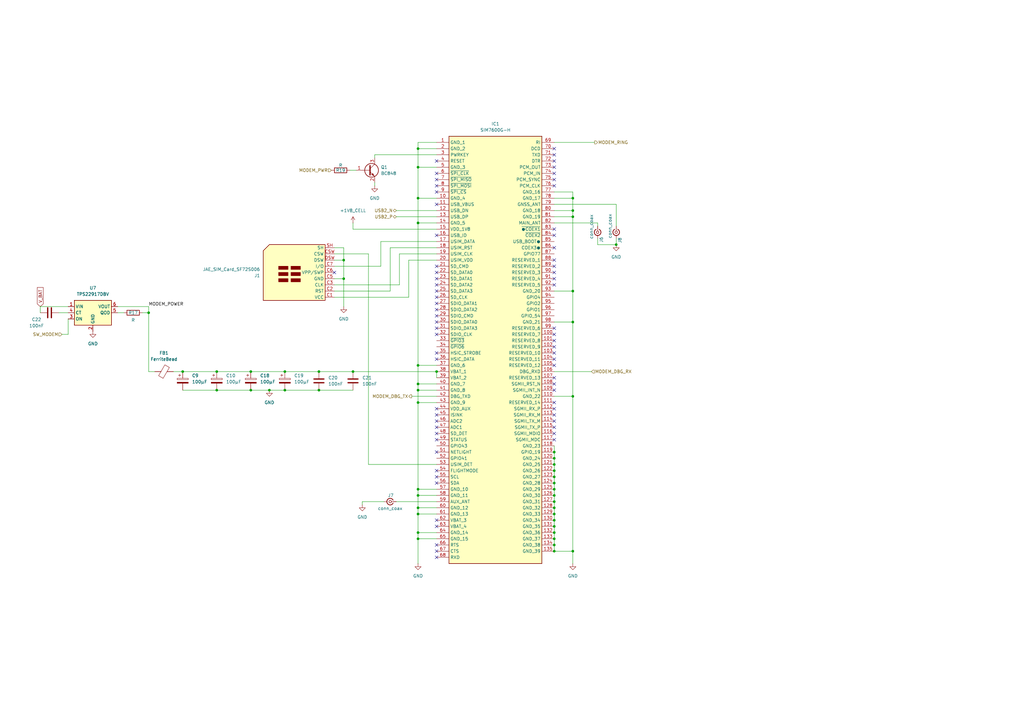
<source format=kicad_sch>
(kicad_sch (version 20250114) (generator "eeschema") (generator_version "9.0")
  (paper "A3")
  (lib_symbols
    (symbol "Connector:Conn_Coaxial_Small" (pin_numbers (hide yes)) (pin_names (offset 1.016) (hide yes))
      (property "Reference" "J" (at 0.254 3.048 0))
      (property "Value" "Conn_Coaxial_Small" (at 0 -3.81 0))
      (symbol "Conn_Coaxial_Small_0_1"
        (polyline (pts (xy -2.54 0) (xy -0.508 0)))
        (circle (center 0 0) (radius 0.508) (stroke (width 0.2032)))
      )
      (symbol "Conn_Coaxial_Small_1_1"
        (arc (start 1.3484 0.0039) (mid 0.327 -1.308) (end -1.1916 -0.6311) (stroke (width 0.3048)))
        (arc (start -1.1916 0.6311) (mid 0.327 1.3081) (end 1.3484 -0.0039) (stroke (width 0.3048)))
        (pin passive line (at -2.54 0 0) (length 1.27) (name "In") (number "1"))
        (pin passive line (at 2.54 0 180) (length 1.27) (name "Ext") (number "2"))
      )
    )
    (symbol "Connector:JAE_SIM_Card_SF72S006"
      (property "Reference" "J" (at 5.08 12.7 0))
      (property "Value" "JAE_SIM_Card_SF72S006" (at 30.48 12.7 0))
      (symbol "JAE_SIM_Card_SF72S006_0_1"
        (polyline (pts (xy 3.81 11.43) (xy 3.81 -11.43) (xy 26.67 -11.43) (xy 29.21 -8.89) (xy 29.21 11.43) (xy 3.81 11.43)) (stroke (width 0.254)) (fill (type background)))
        (rectangle (start 13.97 2.54) (end 17.78 3.81) (stroke (width 0.254)) (fill (type outline)))
        (rectangle (start 13.97 0) (end 17.78 1.27) (stroke (width 0.254)) (fill (type outline)))
        (rectangle (start 13.97 -2.54) (end 17.78 -1.27) (stroke (width 0.254)) (fill (type outline)))
        (rectangle (start 19.05 2.54) (end 22.86 3.81) (stroke (width 0.254)) (fill (type outline)))
        (rectangle (start 19.05 0) (end 22.86 1.27) (stroke (width 0.254)) (fill (type outline)))
        (rectangle (start 19.05 -1.27) (end 22.86 -2.54) (stroke (width 0.254)) (fill (type outline)))
      )
      (symbol "JAE_SIM_Card_SF72S006_1_1"
        (pin power_in line (at 0 10.16 0) (length 3.81) (name "VCC") (number "C1"))
        (pin input line (at 0 7.62 0) (length 3.81) (name "RST") (number "C2"))
        (pin input line (at 0 5.08 0) (length 3.81) (name "CLK") (number "C3"))
        (pin power_in line (at 0 2.54 0) (length 3.81) (name "GND") (number "C5"))
        (pin bidirectional line (at 0 0 0) (length 3.81) (name "VPP/SWP") (number "C6"))
        (pin bidirectional line (at 0 -2.54 0) (length 3.81) (name "I/O") (number "C7"))
        (pin passive line (at 0 -5.08 0) (length 3.81) (name "DSW") (number "DSW"))
        (pin passive line (at 0 -7.62 0) (length 3.81) (name "CSW") (number "CSW"))
        (pin passive line (at 0 -10.16 0) (length 3.81) (name "SH") (number "SH"))
      )
    )
    (symbol "Device:C" (pin_numbers (hide yes)) (pin_names (offset 0.254))
      (property "Reference" "C" (at 0.635 2.54 0))
      (property "Value" "C" (at 0.635 -2.54 0))
      (symbol "C_0_1"
        (polyline (pts (xy -2.032 0.762) (xy 2.032 0.762)) (stroke (width 0.508)))
        (polyline (pts (xy -2.032 -0.762) (xy 2.032 -0.762)) (stroke (width 0.508)))
      )
      (symbol "C_1_1"
        (pin passive line (at 0 3.81 270) (length 2.794) (name "~") (number "1"))
        (pin passive line (at 0 -3.81 90) (length 2.794) (name "~") (number "2"))
      )
    )
    (symbol "Device:C_Polarized" (pin_numbers (hide yes)) (pin_names (offset 0.254))
      (property "Reference" "C" (at 0.635 2.54 0))
      (property "Value" "C_Polarized" (at 0.635 -2.54 0))
      (symbol "C_Polarized_0_1"
        (rectangle (start -2.286 0.508) (end 2.286 1.016))
        (polyline (pts (xy -1.778 2.286) (xy -0.762 2.286)))
        (polyline (pts (xy -1.27 2.794) (xy -1.27 1.778)))
        (rectangle (start 2.286 -0.508) (end -2.286 -1.016) (fill (type outline)))
      )
      (symbol "C_Polarized_1_1"
        (pin passive line (at 0 3.81 270) (length 2.794) (name "~") (number "1"))
        (pin passive line (at 0 -3.81 90) (length 2.794) (name "~") (number "2"))
      )
    )
    (symbol "Device:FerriteBead" (pin_numbers (hide yes)) (pin_names (offset 0))
      (property "Reference" "FB" (at -3.81 0.635 90))
      (property "Value" "FerriteBead" (at 3.81 0 90))
      (symbol "FerriteBead_0_1"
        (polyline (pts (xy -2.7686 0.4064) (xy -1.7018 2.2606) (xy 2.7686 -0.3048) (xy 1.6764 -2.159) (xy -2.7686 0.4064)))
        (polyline (pts (xy 0 1.27) (xy 0 1.2954)))
        (polyline (pts (xy 0 -1.27) (xy 0 -1.2192)))
      )
      (symbol "FerriteBead_1_1"
        (pin passive line (at 0 3.81 270) (length 2.54) (name "~") (number "1"))
        (pin passive line (at 0 -3.81 90) (length 2.54) (name "~") (number "2"))
      )
    )
    (symbol "Device:R" (pin_numbers (hide yes)) (pin_names (offset 0))
      (property "Reference" "R" (at 2.032 0 90))
      (property "Value" "R" (at 0 0 90))
      (symbol "R_0_1"
        (rectangle (start -1.016 -2.54) (end 1.016 2.54) (stroke (width 0.254)))
      )
      (symbol "R_1_1"
        (pin passive line (at 0 3.81 270) (length 1.27) (name "~") (number "1"))
        (pin passive line (at 0 -3.81 90) (length 1.27) (name "~") (number "2"))
      )
    )
    (symbol "Power_Management:TPS22917DBV"
      (property "Reference" "U" (at -6.35 6.35 0))
      (property "Value" "TPS22917DBV" (at 2.54 6.35 0))
      (symbol "TPS22917DBV_0_1"
        (rectangle (start -7.62 5.08) (end 7.62 -5.08) (stroke (width 0.254)) (fill (type background)))
      )
      (symbol "TPS22917DBV_1_1"
        (pin power_in line (at -10.16 2.54 0) (length 2.54) (name "VIN") (number "1"))
        (pin output line (at -10.16 0 0) (length 2.54) (name "CT") (number "4"))
        (pin input line (at -10.16 -2.54 0) (length 2.54) (name "ON") (number "3"))
        (pin power_in line (at 0 -7.62 90) (length 2.54) (name "GND") (number "2"))
        (pin power_out line (at 10.16 2.54 180) (length 2.54) (name "VOUT") (number "6"))
        (pin open_collector line (at 10.16 0 180) (length 2.54) (name "QOD") (number "5"))
      )
    )
    (symbol "SIM7600G-H:SIM7600G-H"
      (property "Reference" "IC" (at 44.45 7.62 0))
      (property "Value" "SIM7600G-H" (at 44.45 5.08 0))
      (symbol "SIM7600G-H_1_1"
        (rectangle (start 5.08 2.54) (end 43.18 -172.72) (stroke (width 0.254)) (fill (type background)))
        (pin passive line (at 0 0 0) (length 5.08) (name "GND_1") (number "1"))
        (pin passive line (at 0 -2.54 0) (length 5.08) (name "GND_2") (number "2"))
        (pin passive line (at 0 -5.08 0) (length 5.08) (name "PWRKEY") (number "3"))
        (pin passive line (at 0 -7.62 0) (length 5.08) (name "RESET") (number "4"))
        (pin passive line (at 0 -10.16 0) (length 5.08) (name "GND_3") (number "5"))
        (pin passive line (at 0 -12.7 0) (length 5.08) (name "~{SPI_CLK}") (number "6"))
        (pin passive line (at 0 -15.24 0) (length 5.08) (name "~{SPI_MISO}") (number "7"))
        (pin passive line (at 0 -17.78 0) (length 5.08) (name "~{SPI_MOSI}") (number "8"))
        (pin passive line (at 0 -20.32 0) (length 5.08) (name "~{SPI_CS}") (number "9"))
        (pin passive line (at 0 -22.86 0) (length 5.08) (name "GND_4") (number "10"))
        (pin passive line (at 0 -25.4 0) (length 5.08) (name "USB_VBUS") (number "11"))
        (pin passive line (at 0 -27.94 0) (length 5.08) (name "USB_DN") (number "12"))
        (pin passive line (at 0 -30.48 0) (length 5.08) (name "USB_DP") (number "13"))
        (pin passive line (at 0 -33.02 0) (length 5.08) (name "GND_5") (number "14"))
        (pin passive line (at 0 -35.56 0) (length 5.08) (name "VDD_1V8") (number "15"))
        (pin passive line (at 0 -38.1 0) (length 5.08) (name "USB_ID") (number "16"))
        (pin passive line (at 0 -40.64 0) (length 5.08) (name "USIM_DATA") (number "17"))
        (pin passive line (at 0 -43.18 0) (length 5.08) (name "USIM_RST") (number "18"))
        (pin passive line (at 0 -45.72 0) (length 5.08) (name "USIM_CLK") (number "19"))
        (pin passive line (at 0 -48.26 0) (length 5.08) (name "USIM_VDD") (number "20"))
        (pin passive line (at 0 -50.8 0) (length 5.08) (name "SD_CMD") (number "21"))
        (pin passive line (at 0 -53.34 0) (length 5.08) (name "SD_DATA0") (number "22"))
        (pin passive line (at 0 -55.88 0) (length 5.08) (name "SD_DATA1") (number "23"))
        (pin passive line (at 0 -58.42 0) (length 5.08) (name "SD_DATA2") (number "24"))
        (pin passive line (at 0 -60.96 0) (length 5.08) (name "SD_DATA3") (number "25"))
        (pin passive line (at 0 -63.5 0) (length 5.08) (name "SD_CLK") (number "26"))
        (pin passive line (at 0 -66.04 0) (length 5.08) (name "SDIO_DATA1") (number "27"))
        (pin passive line (at 0 -68.58 0) (length 5.08) (name "SDIO_DATA2") (number "28"))
        (pin passive line (at 0 -71.12 0) (length 5.08) (name "SDIO_CMD") (number "29"))
        (pin passive line (at 0 -73.66 0) (length 5.08) (name "SDIO_DATA0") (number "30"))
        (pin passive line (at 0 -76.2 0) (length 5.08) (name "SDIO_DATA3") (number "31"))
        (pin passive line (at 0 -78.74 0) (length 5.08) (name "SDIO_CLK") (number "32"))
        (pin passive line (at 0 -81.28 0) (length 5.08) (name "~{GPIO3}") (number "33"))
        (pin passive line (at 0 -83.82 0) (length 5.08) (name "~{GPIO6}") (number "34"))
        (pin passive line (at 0 -86.36 0) (length 5.08) (name "HSIC_STROBE") (number "35"))
        (pin passive line (at 0 -88.9 0) (length 5.08) (name "HSIC_DATA") (number "36"))
        (pin passive line (at 0 -91.44 0) (length 5.08) (name "GND_6") (number "37"))
        (pin passive line (at 0 -93.98 0) (length 5.08) (name "VBAT_1") (number "38"))
        (pin passive line (at 0 -96.52 0) (length 5.08) (name "VBAT_2") (number "39"))
        (pin passive line (at 0 -99.06 0) (length 5.08) (name "GND_7") (number "40"))
        (pin passive line (at 0 -101.6 0) (length 5.08) (name "GND_8") (number "41"))
        (pin passive line (at 0 -104.14 0) (length 5.08) (name "DBG_TXD") (number "42"))
        (pin passive line (at 0 -106.68 0) (length 5.08) (name "GND_9") (number "43"))
        (pin passive line (at 0 -109.22 0) (length 5.08) (name "VDD_AUX") (number "44"))
        (pin passive line (at 0 -111.76 0) (length 5.08) (name "ISINK") (number "45"))
        (pin passive line (at 0 -114.3 0) (length 5.08) (name "ADC2") (number "46"))
        (pin passive line (at 0 -116.84 0) (length 5.08) (name "ADC1") (number "47"))
        (pin passive line (at 0 -119.38 0) (length 5.08) (name "SD_DET") (number "48"))
        (pin passive line (at 0 -121.92 0) (length 5.08) (name "STATUS") (number "49"))
        (pin passive line (at 0 -124.46 0) (length 5.08) (name "GPIO43") (number "50"))
        (pin passive line (at 0 -127 0) (length 5.08) (name "NETLIGHT") (number "51"))
        (pin passive line (at 0 -129.54 0) (length 5.08) (name "GPIO41~{}") (number "52"))
        (pin passive line (at 0 -132.08 0) (length 5.08) (name "USIM_DET~{}") (number "53"))
        (pin passive line (at 0 -134.62 0) (length 5.08) (name "FLIGHTMODE~{}") (number "54"))
        (pin passive line (at 0 -137.16 0) (length 5.08) (name "SCL") (number "55"))
        (pin passive line (at 0 -139.7 0) (length 5.08) (name "SDA") (number "56"))
        (pin passive line (at 0 -142.24 0) (length 5.08) (name "GND_10") (number "57"))
        (pin passive line (at 0 -144.78 0) (length 5.08) (name "GND_11") (number "58"))
        (pin passive line (at 0 -147.32 0) (length 5.08) (name "AUX_ANT") (number "59"))
        (pin passive line (at 0 -149.86 0) (length 5.08) (name "GND_12") (number "60"))
        (pin passive line (at 0 -152.4 0) (length 5.08) (name "GND_13") (number "61"))
        (pin passive line (at 0 -154.94 0) (length 5.08) (name "VBAT_3") (number "62"))
        (pin passive line (at 0 -157.48 0) (length 5.08) (name "VBAT_4") (number "63"))
        (pin passive line (at 0 -160.02 0) (length 5.08) (name "GND_14") (number "64"))
        (pin passive line (at 0 -162.56 0) (length 5.08) (name "GND_15") (number "65"))
        (pin passive line (at 0 -165.1 0) (length 5.08) (name "RTS") (number "66"))
        (pin passive line (at 0 -167.64 0) (length 5.08) (name "CTS") (number "67"))
        (pin passive line (at 0 -170.18 0) (length 5.08) (name "RXD") (number "68"))
        (pin passive line (at 48.26 0 180) (length 5.08) (name "RI") (number "69"))
        (pin passive line (at 48.26 -2.54 180) (length 5.08) (name "DCD") (number "70"))
        (pin passive line (at 48.26 -5.08 180) (length 5.08) (name "TXD") (number "71"))
        (pin passive line (at 48.26 -7.62 180) (length 5.08) (name "DTR") (number "72"))
        (pin passive line (at 48.26 -10.16 180) (length 5.08) (name "PCM_OUT") (number "73"))
        (pin passive line (at 48.26 -12.7 180) (length 5.08) (name "PCM_IN") (number "74"))
        (pin passive line (at 48.26 -15.24 180) (length 5.08) (name "PCM_SYNC") (number "75"))
        (pin passive line (at 48.26 -17.78 180) (length 5.08) (name "PCM_CLK") (number "76"))
        (pin passive line (at 48.26 -20.32 180) (length 5.08) (name "GND_16") (number "77"))
        (pin passive line (at 48.26 -22.86 180) (length 5.08) (name "GND_17") (number "78"))
        (pin passive line (at 48.26 -25.4 180) (length 5.08) (name "GNSS_ANT") (number "79"))
        (pin passive line (at 48.26 -27.94 180) (length 5.08) (name "GND_18") (number "80"))
        (pin passive line (at 48.26 -30.48 180) (length 5.08) (name "GND_19") (number "81"))
        (pin passive line (at 48.26 -33.02 180) (length 5.08) (name "MAIN_ANT") (number "82"))
        (pin passive line (at 48.26 -35.56 180) (length 5.08) (name "~{●COEX1}") (number "83"))
        (pin passive line (at 48.26 -38.1 180) (length 5.08) (name "~{COEX2}") (number "84"))
        (pin passive line (at 48.26 -40.64 180) (length 5.08) (name "USB_BOOT●~{}") (number "85"))
        (pin passive line (at 48.26 -43.18 180) (length 5.08) (name "COEX3●~{}") (number "86"))
        (pin passive line (at 48.26 -45.72 180) (length 5.08) (name "GPIO77~{}") (number "87"))
        (pin passive line (at 48.26 -48.26 180) (length 5.08) (name "RESERVED_1") (number "88"))
        (pin passive line (at 48.26 -50.8 180) (length 5.08) (name "RESERVED_2") (number "89"))
        (pin passive line (at 48.26 -53.34 180) (length 5.08) (name "RESERVED_3") (number "90"))
        (pin passive line (at 48.26 -55.88 180) (length 5.08) (name "RESERVED_4") (number "91"))
        (pin passive line (at 48.26 -58.42 180) (length 5.08) (name "RESERVED_5") (number "92"))
        (pin passive line (at 48.26 -60.96 180) (length 5.08) (name "GND_20") (number "93"))
        (pin passive line (at 48.26 -63.5 180) (length 5.08) (name "GPIO4") (number "94"))
        (pin passive line (at 48.26 -66.04 180) (length 5.08) (name "GPIO2") (number "95"))
        (pin passive line (at 48.26 -68.58 180) (length 5.08) (name "GPIO1") (number "96"))
        (pin passive line (at 48.26 -71.12 180) (length 5.08) (name "GPIO_54") (number "97"))
        (pin passive line (at 48.26 -73.66 180) (length 5.08) (name "GND_21") (number "98"))
        (pin passive line (at 48.26 -76.2 180) (length 5.08) (name "RESERVED_6") (number "99"))
        (pin passive line (at 48.26 -78.74 180) (length 5.08) (name "RESERVED_7") (number "100"))
        (pin passive line (at 48.26 -81.28 180) (length 5.08) (name "RESERVED_8") (number "101"))
        (pin passive line (at 48.26 -83.82 180) (length 5.08) (name "RESERVED_9") (number "102"))
        (pin passive line (at 48.26 -86.36 180) (length 5.08) (name "RESERVED_10") (number "103"))
        (pin passive line (at 48.26 -88.9 180) (length 5.08) (name "RESERVED_11") (number "104"))
        (pin passive line (at 48.26 -91.44 180) (length 5.08) (name "RESERVED_12") (number "105"))
        (pin passive line (at 48.26 -93.98 180) (length 5.08) (name "DBG_RXD") (number "106"))
        (pin passive line (at 48.26 -96.52 180) (length 5.08) (name "RESERVED_13") (number "107"))
        (pin passive line (at 48.26 -99.06 180) (length 5.08) (name "SGMII_RST_N") (number "108"))
        (pin passive line (at 48.26 -101.6 180) (length 5.08) (name "SGMII_INT_N") (number "109"))
        (pin passive line (at 48.26 -104.14 180) (length 5.08) (name "GND_22") (number "110"))
        (pin passive line (at 48.26 -106.68 180) (length 5.08) (name "RESERVED_14") (number "111"))
        (pin passive line (at 48.26 -109.22 180) (length 5.08) (name "SGMII_RX_P") (number "112"))
        (pin passive line (at 48.26 -111.76 180) (length 5.08) (name "SGMII_RX_M") (number "113"))
        (pin passive line (at 48.26 -114.3 180) (length 5.08) (name "SGMII_TX_M") (number "114"))
        (pin passive line (at 48.26 -116.84 180) (length 5.08) (name "SGMII_TX_P") (number "115"))
        (pin passive line (at 48.26 -119.38 180) (length 5.08) (name "SGMII_MDIO") (number "116"))
        (pin passive line (at 48.26 -121.92 180) (length 5.08) (name "SGMII_MDC") (number "117"))
        (pin passive line (at 48.26 -124.46 180) (length 5.08) (name "GND_23") (number "118"))
        (pin passive line (at 48.26 -127 180) (length 5.08) (name "GPIO_19") (number "119"))
        (pin passive line (at 48.26 -129.54 180) (length 5.08) (name "GND_24") (number "120"))
        (pin passive line (at 48.26 -132.08 180) (length 5.08) (name "GND_25") (number "121"))
        (pin passive line (at 48.26 -134.62 180) (length 5.08) (name "GND_26") (number "122"))
        (pin passive line (at 48.26 -137.16 180) (length 5.08) (name "GND_27") (number "123"))
        (pin passive line (at 48.26 -139.7 180) (length 5.08) (name "GND_28") (number "124"))
        (pin passive line (at 48.26 -142.24 180) (length 5.08) (name "GND_29") (number "125"))
        (pin passive line (at 48.26 -144.78 180) (length 5.08) (name "GND_30") (number "126"))
        (pin passive line (at 48.26 -147.32 180) (length 5.08) (name "GND_31") (number "127"))
        (pin passive line (at 48.26 -149.86 180) (length 5.08) (name "GND_32") (number "128"))
        (pin passive line (at 48.26 -152.4 180) (length 5.08) (name "GND_33") (number "129"))
        (pin passive line (at 48.26 -154.94 180) (length 5.08) (name "GND_34") (number "130"))
        (pin passive line (at 48.26 -157.48 180) (length 5.08) (name "GND_35") (number "131"))
        (pin passive line (at 48.26 -160.02 180) (length 5.08) (name "GND_36") (number "132"))
        (pin passive line (at 48.26 -162.56 180) (length 5.08) (name "GND_37") (number "133"))
        (pin passive line (at 48.26 -165.1 180) (length 5.08) (name "GND_38") (number "134"))
        (pin passive line (at 48.26 -167.64 180) (length 5.08) (name "GND_39") (number "135"))
      )
    )
    (symbol "Transistor_BJT:BC848" (pin_names (offset 0) (hide yes))
      (property "Reference" "Q" (at 5.08 1.905 0))
      (property "Value" "BC848" (at 5.08 0 0))
      (symbol "BC848_0_1"
        (polyline (pts (xy -2.54 0) (xy 0.635 0)))
        (polyline (pts (xy 0.635 1.905) (xy 0.635 -1.905)) (stroke (width 0.508)))
        (circle (center 1.27 0) (radius 2.8194) (stroke (width 0.254)))
      )
      (symbol "BC848_1_1"
        (polyline (pts (xy 0.635 0.635) (xy 2.54 2.54)))
        (polyline (pts (xy 0.635 -0.635) (xy 2.54 -2.54)))
        (polyline (pts (xy 1.27 -1.778) (xy 1.778 -1.27) (xy 2.286 -2.286) (xy 1.27 -1.778)) (fill (type outline)))
        (pin input line (at -5.08 0 0) (length 2.54) (name "B") (number "1"))
        (pin passive line (at 2.54 5.08 270) (length 2.54) (name "C") (number "3"))
        (pin passive line (at 2.54 -5.08 90) (length 2.54) (name "E") (number "2"))
      )
    )
    (symbol "power:+1V8" (power) (pin_numbers (hide yes)) (pin_names (offset 0) (hide yes))
      (property "Value" "+1V8" (at 0 3.556 0))
      (symbol "+1V8_0_1"
        (polyline (pts (xy -0.762 1.27) (xy 0 2.54)))
        (polyline (pts (xy 0 2.54) (xy 0.762 1.27)))
        (polyline (pts (xy 0 0) (xy 0 2.54)))
      )
      (symbol "+1V8_1_1"
        (pin power_in line (at 0 0 90) (length 0) (name "~") (number "1"))
      )
    )
    (symbol "power:GND" (power) (pin_numbers (hide yes)) (pin_names (offset 0) (hide yes))
      (property "Value" "GND" (at 0 -3.81 0))
      (symbol "GND_0_1"
        (polyline (pts (xy 0 0) (xy 0 -1.27) (xy 1.27 -1.27) (xy 0 -2.54) (xy -1.27 -1.27) (xy 0 -1.27)))
      )
      (symbol "GND_1_1"
        (pin power_in line (at 0 0 270) (length 0) (name "~") (number "1"))
      )
    )
  )
  (junction (at 227.33 208.28))
  (junction (at 116.84 160.02))
  (junction (at 171.45 210.82))
  (junction (at 227.33 193.04))
  (junction (at 171.45 220.98))
  (junction (at 227.33 187.96))
  (junction (at 227.33 215.9))
  (junction (at 227.33 205.74))
  (junction (at 171.45 81.28))
  (junction (at 234.95 119.38))
  (junction (at 144.78 152.4))
  (junction (at 171.45 218.44))
  (junction (at 227.33 195.58))
  (junction (at 227.33 200.66))
  (junction (at 171.45 165.1))
  (junction (at 227.33 223.52))
  (junction (at 88.9 152.4))
  (junction (at 234.95 81.28))
  (junction (at 227.33 185.42))
  (junction (at 102.87 160.02))
  (junction (at 234.95 162.56))
  (junction (at 130.81 152.4))
  (junction (at 171.45 60.96))
  (junction (at 234.95 132.08))
  (junction (at 60.96 128.27))
  (junction (at 74.93 152.4))
  (junction (at 110.49 160.02))
  (junction (at 252.73 100.33))
  (junction (at 234.95 226.06))
  (junction (at 171.45 91.44))
  (junction (at 102.87 152.4))
  (junction (at 171.45 68.58))
  (junction (at 227.33 218.44))
  (junction (at 171.45 203.2))
  (junction (at 140.97 114.3))
  (junction (at 227.33 226.06))
  (junction (at 116.84 152.4))
  (junction (at 227.33 213.36))
  (junction (at 171.45 160.02))
  (junction (at 227.33 203.2))
  (junction (at 179.07 152.4))
  (junction (at 171.45 200.66))
  (junction (at 227.33 210.82))
  (junction (at 227.33 190.5))
  (junction (at 227.33 220.98))
  (junction (at 227.33 198.12))
  (junction (at 171.45 157.48))
  (junction (at 130.81 160.02))
  (junction (at 234.95 86.36))
  (junction (at 88.9 160.02))
  (junction (at 140.97 106.68))
  (junction (at 171.45 208.28))
  (junction (at 171.45 149.86))
  (junction (at 234.95 88.9))
  (no_connect (at 227.33 66.04))
  (no_connect (at 179.07 116.84))
  (no_connect (at 179.07 226.06))
  (no_connect (at 179.07 198.12))
  (no_connect (at 179.07 167.64))
  (no_connect (at 179.07 180.34))
  (no_connect (at 179.07 129.54))
  (no_connect (at 179.07 76.2))
  (no_connect (at 179.07 71.12))
  (no_connect (at 179.07 170.18))
  (no_connect (at 227.33 96.52))
  (no_connect (at 227.33 160.02))
  (no_connect (at 179.07 215.9))
  (no_connect (at 179.07 73.66))
  (no_connect (at 227.33 68.58))
  (no_connect (at 227.33 144.78))
  (no_connect (at 137.16 111.76))
  (no_connect (at 179.07 213.36))
  (no_connect (at 227.33 111.76))
  (no_connect (at 179.07 127))
  (no_connect (at 179.07 147.32))
  (no_connect (at 227.33 165.1))
  (no_connect (at 179.07 185.42))
  (no_connect (at 227.33 114.3))
  (no_connect (at 227.33 170.18))
  (no_connect (at 179.07 193.04))
  (no_connect (at 179.07 228.6))
  (no_connect (at 227.33 157.48))
  (no_connect (at 179.07 109.22))
  (no_connect (at 227.33 60.96))
  (no_connect (at 227.33 106.68))
  (no_connect (at 227.33 73.66))
  (no_connect (at 227.33 154.94))
  (no_connect (at 227.33 180.34))
  (no_connect (at 227.33 137.16))
  (no_connect (at 179.07 124.46))
  (no_connect (at 179.07 137.16))
  (no_connect (at 227.33 71.12))
  (no_connect (at 227.33 101.6))
  (no_connect (at 179.07 111.76))
  (no_connect (at 179.07 134.62))
  (no_connect (at 179.07 177.8))
  (no_connect (at 179.07 175.26))
  (no_connect (at 179.07 144.78))
  (no_connect (at 179.07 119.38))
  (no_connect (at 179.07 132.08))
  (no_connect (at 227.33 177.8))
  (no_connect (at 179.07 96.52))
  (no_connect (at 179.07 121.92))
  (no_connect (at 227.33 76.2))
  (no_connect (at 227.33 142.24))
  (no_connect (at 179.07 172.72))
  (no_connect (at 179.07 114.3))
  (no_connect (at 227.33 147.32))
  (no_connect (at 227.33 109.22))
  (no_connect (at 179.07 195.58))
  (no_connect (at 227.33 139.7))
  (no_connect (at 227.33 134.62))
  (no_connect (at 227.33 63.5))
  (no_connect (at 179.07 223.52))
  (no_connect (at 227.33 172.72))
  (no_connect (at 227.33 175.26))
  (no_connect (at 227.33 149.86))
  (no_connect (at 227.33 93.98))
  (no_connect (at 227.33 167.64))
  (no_connect (at 179.07 66.04))
  (no_connect (at 179.07 78.74))
  (no_connect (at 227.33 116.84))
  (no_connect (at 179.07 83.82))
  (wire (pts (xy 234.95 119.38) (xy 234.95 132.08)))
  (wire (pts (xy 171.45 208.28) (xy 179.07 208.28)))
  (wire (pts (xy 234.95 86.36) (xy 234.95 88.9)))
  (wire (pts (xy 227.33 86.36) (xy 234.95 86.36)))
  (wire (pts (xy 227.33 83.82) (xy 252.73 83.82)))
  (wire (pts (xy 245.11 91.44) (xy 245.11 92.71)))
  (wire (pts (xy 171.45 210.82) (xy 171.45 218.44)))
  (wire (pts (xy 179.07 81.28) (xy 171.45 81.28)))
  (wire (pts (xy 171.45 81.28) (xy 171.45 91.44)))
  (wire (pts (xy 179.07 152.4) (xy 179.07 154.94)))
  (wire (pts (xy 227.33 132.08) (xy 234.95 132.08)))
  (wire (pts (xy 102.87 152.4) (xy 116.84 152.4)))
  (wire (pts (xy 171.45 203.2) (xy 171.45 208.28)))
  (wire (pts (xy 167.64 121.92) (xy 167.64 106.68)))
  (wire (pts (xy 130.81 152.4) (xy 144.78 152.4)))
  (wire (pts (xy 60.96 125.73) (xy 60.96 128.27)))
  (wire (pts (xy 243.84 58.42) (xy 227.33 58.42)))
  (wire (pts (xy 171.45 210.82) (xy 179.07 210.82)))
  (wire (pts (xy 137.16 104.14) (xy 151.13 104.14)))
  (wire (pts (xy 227.33 162.56) (xy 234.95 162.56)))
  (wire (pts (xy 143.51 69.85) (xy 146.05 69.85)))
  (wire (pts (xy 234.95 81.28) (xy 234.95 86.36)))
  (wire (pts (xy 227.33 213.36) (xy 227.33 215.9)))
  (wire (pts (xy 140.97 114.3) (xy 137.16 114.3)))
  (wire (pts (xy 171.45 149.86) (xy 171.45 157.48)))
  (wire (pts (xy 116.84 160.02) (xy 130.81 160.02)))
  (wire (pts (xy 179.07 160.02) (xy 171.45 160.02)))
  (wire (pts (xy 162.56 86.36) (xy 179.07 86.36)))
  (wire (pts (xy 156.21 109.22) (xy 156.21 99.06)))
  (wire (pts (xy 227.33 182.88) (xy 227.33 185.42)))
  (wire (pts (xy 140.97 106.68) (xy 140.97 114.3)))
  (wire (pts (xy 179.07 165.1) (xy 171.45 165.1)))
  (wire (pts (xy 234.95 132.08) (xy 234.95 162.56)))
  (wire (pts (xy 179.07 60.96) (xy 171.45 60.96)))
  (wire (pts (xy 171.45 200.66) (xy 171.45 203.2)))
  (wire (pts (xy 144.78 93.98) (xy 179.07 93.98)))
  (wire (pts (xy 171.45 91.44) (xy 171.45 149.86)))
  (wire (pts (xy 179.07 157.48) (xy 171.45 157.48)))
  (wire (pts (xy 162.56 205.74) (xy 179.07 205.74)))
  (wire (pts (xy 151.13 190.5) (xy 179.07 190.5)))
  (wire (pts (xy 171.45 218.44) (xy 171.45 220.98)))
  (wire (pts (xy 116.84 152.4) (xy 130.81 152.4)))
  (wire (pts (xy 227.33 220.98) (xy 227.33 223.52)))
  (wire (pts (xy 227.33 81.28) (xy 234.95 81.28)))
  (wire (pts (xy 227.33 218.44) (xy 227.33 220.98)))
  (wire (pts (xy 60.96 152.4) (xy 63.5 152.4)))
  (wire (pts (xy 227.33 198.12) (xy 227.33 200.66)))
  (wire (pts (xy 227.33 185.42) (xy 227.33 187.96)))
  (wire (pts (xy 27.94 137.16) (xy 27.94 130.81)))
  (wire (pts (xy 234.95 88.9) (xy 234.95 119.38)))
  (wire (pts (xy 171.45 68.58) (xy 179.07 68.58)))
  (wire (pts (xy 234.95 78.74) (xy 234.95 81.28)))
  (wire (pts (xy 227.33 203.2) (xy 227.33 205.74)))
  (wire (pts (xy 234.95 226.06) (xy 227.33 226.06)))
  (wire (pts (xy 227.33 215.9) (xy 227.33 218.44)))
  (wire (pts (xy 227.33 91.44) (xy 245.11 91.44)))
  (wire (pts (xy 140.97 125.73) (xy 140.97 114.3)))
  (wire (pts (xy 242.57 152.4) (xy 227.33 152.4)))
  (wire (pts (xy 137.16 109.22) (xy 156.21 109.22)))
  (wire (pts (xy 48.26 125.73) (xy 60.96 125.73)))
  (wire (pts (xy 227.33 187.96) (xy 227.33 190.5)))
  (wire (pts (xy 60.96 128.27) (xy 58.42 128.27)))
  (wire (pts (xy 153.67 63.5) (xy 179.07 63.5)))
  (wire (pts (xy 171.45 160.02) (xy 171.45 165.1)))
  (wire (pts (xy 16.51 128.27) (xy 16.51 125.73)))
  (wire (pts (xy 160.02 101.6) (xy 160.02 119.38)))
  (wire (pts (xy 171.45 220.98) (xy 179.07 220.98)))
  (wire (pts (xy 160.02 119.38) (xy 137.16 119.38)))
  (wire (pts (xy 110.49 160.02) (xy 116.84 160.02)))
  (wire (pts (xy 227.33 78.74) (xy 234.95 78.74)))
  (wire (pts (xy 227.33 119.38) (xy 234.95 119.38)))
  (wire (pts (xy 252.73 83.82) (xy 252.73 92.71)))
  (wire (pts (xy 171.45 68.58) (xy 171.45 81.28)))
  (wire (pts (xy 163.83 104.14) (xy 179.07 104.14)))
  (wire (pts (xy 60.96 128.27) (xy 60.96 152.4)))
  (wire (pts (xy 48.26 128.27) (xy 50.8 128.27)))
  (wire (pts (xy 227.33 205.74) (xy 227.33 208.28)))
  (wire (pts (xy 227.33 195.58) (xy 227.33 198.12)))
  (wire (pts (xy 227.33 190.5) (xy 227.33 193.04)))
  (wire (pts (xy 171.45 58.42) (xy 171.45 60.96)))
  (wire (pts (xy 130.81 160.02) (xy 144.78 160.02)))
  (wire (pts (xy 227.33 210.82) (xy 227.33 213.36)))
  (wire (pts (xy 163.83 116.84) (xy 163.83 104.14)))
  (wire (pts (xy 245.11 97.79) (xy 245.11 100.33)))
  (wire (pts (xy 102.87 160.02) (xy 110.49 160.02)))
  (wire (pts (xy 227.33 223.52) (xy 227.33 226.06)))
  (wire (pts (xy 137.16 116.84) (xy 163.83 116.84)))
  (wire (pts (xy 25.4 137.16) (xy 27.94 137.16)))
  (wire (pts (xy 148.59 207.01) (xy 148.59 205.74)))
  (wire (pts (xy 137.16 106.68) (xy 140.97 106.68)))
  (wire (pts (xy 179.07 91.44) (xy 171.45 91.44)))
  (wire (pts (xy 227.33 88.9) (xy 234.95 88.9)))
  (wire (pts (xy 245.11 100.33) (xy 252.73 100.33)))
  (wire (pts (xy 167.64 106.68) (xy 179.07 106.68)))
  (wire (pts (xy 137.16 121.92) (xy 167.64 121.92)))
  (wire (pts (xy 168.91 162.56) (xy 179.07 162.56)))
  (wire (pts (xy 171.45 60.96) (xy 171.45 68.58)))
  (wire (pts (xy 153.67 76.2) (xy 153.67 74.93)))
  (wire (pts (xy 179.07 218.44) (xy 171.45 218.44)))
  (wire (pts (xy 227.33 200.66) (xy 227.33 203.2)))
  (wire (pts (xy 156.21 99.06) (xy 179.07 99.06)))
  (wire (pts (xy 234.95 231.14) (xy 234.95 226.06)))
  (wire (pts (xy 162.56 88.9) (xy 179.07 88.9)))
  (wire (pts (xy 171.45 231.14) (xy 171.45 220.98)))
  (wire (pts (xy 179.07 200.66) (xy 171.45 200.66)))
  (wire (pts (xy 179.07 58.42) (xy 171.45 58.42)))
  (wire (pts (xy 179.07 203.2) (xy 171.45 203.2)))
  (wire (pts (xy 140.97 101.6) (xy 140.97 106.68)))
  (wire (pts (xy 171.45 208.28) (xy 171.45 210.82)))
  (wire (pts (xy 144.78 91.44) (xy 144.78 93.98)))
  (wire (pts (xy 234.95 162.56) (xy 234.95 226.06)))
  (wire (pts (xy 148.59 205.74) (xy 157.48 205.74)))
  (wire (pts (xy 137.16 101.6) (xy 140.97 101.6)))
  (wire (pts (xy 16.51 125.73) (xy 27.94 125.73)))
  (wire (pts (xy 179.07 101.6) (xy 160.02 101.6)))
  (wire (pts (xy 88.9 160.02) (xy 102.87 160.02)))
  (wire (pts (xy 71.12 152.4) (xy 74.93 152.4)))
  (wire (pts (xy 74.93 160.02) (xy 88.9 160.02)))
  (wire (pts (xy 171.45 165.1) (xy 171.45 200.66)))
  (wire (pts (xy 171.45 157.48) (xy 171.45 160.02)))
  (wire (pts (xy 227.33 193.04) (xy 227.33 195.58)))
  (wire (pts (xy 144.78 152.4) (xy 179.07 152.4)))
  (wire (pts (xy 179.07 149.86) (xy 171.45 149.86)))
  (wire (pts (xy 24.13 128.27) (xy 27.94 128.27)))
  (wire (pts (xy 88.9 152.4) (xy 102.87 152.4)))
  (wire (pts (xy 151.13 104.14) (xy 151.13 190.5)))
  (wire (pts (xy 74.93 152.4) (xy 88.9 152.4)))
  (wire (pts (xy 227.33 208.28) (xy 227.33 210.82)))
  (wire (pts (xy 252.73 97.79) (xy 252.73 100.33)))
  (wire (pts (xy 153.67 64.77) (xy 153.67 63.5)))
  (label "MODEM_POWER" (at 60.96 125.73 0))
  (global_label "V_BAT" (shape input) (at 16.51 125.73 90) (property "Intersheetrefs" "${INTERSHEET_REFS}" (effects (hide yes))))
  (hierarchical_label "MODEM_DBG_RX" (shape input) (at 242.57 152.4 0))
  (hierarchical_label "MODEM_PWR" (shape input) (at 135.89 69.85 180))
  (hierarchical_label "USB2_P" (shape bidirectional) (at 162.56 88.9 180))
  (hierarchical_label "MODEM_RING" (shape output) (at 243.84 58.42 0))
  (hierarchical_label "SW_MODEM" (shape input) (at 25.4 137.16 180))
  (hierarchical_label "MODEM_DBG_TX" (shape output) (at 168.91 162.56 180))
  (hierarchical_label "USB2_N" (shape bidirectional) (at 162.56 86.36 180))
  (symbol (lib_id "power:GND") (at 140.97 125.73 0) (unit 1)
    (property "Reference" "#PWR046" (effects (hide yes)))
    (property "Value" "GND" (at 140.97 130.81 0))
    (property "Description" "Power symbol creates a global label with name \"GND\" , ground" (effects (hide yes)))
  )
  (symbol (lib_id "Device:C") (at 130.81 156.21 0) (unit 1)
    (property "Reference" "C20" (at 134.62 154.9399 0) (effects (justify left)))
    (property "Value" "100nF" (at 134.62 157.4799 0) (effects (justify left)))
    (property "Footprint" "Capacitor_SMD:C_0402_1005Metric" (effects (hide yes)))
    (property "Description" "Unpolarized capacitor" (effects (hide yes)))
  )
  (symbol (lib_id "power:GND") (at 171.45 231.14 0) (unit 1)
    (property "Reference" "#PWR043" (effects (hide yes)))
    (property "Value" "GND" (at 171.45 236.22 0))
    (property "Description" "Power symbol creates a global label with name \"GND\" , ground" (effects (hide yes)))
  )
  (symbol (lib_id "Connector:JAE_SIM_Card_SF72S006") (at 137.16 111.76 180) (unit 1)
    (property "Reference" "J1" (at 106.68 113.0301 0) (effects (justify left)))
    (property "Value" "JAE_SIM_Card_SF72S006" (at 106.68 110.4901 0) (effects (justify left)))
    (property "Footprint" "Connector_JAE:JAE_SIM_Card_SF72S006" (effects (hide yes)))
    (property "Datasheet" "https://www.jae.com/direct/topics/topics_file_download/topics_id=68892&ext_no=06&index=0&_lang=en&v=202003111511468456809" (effects (hide yes)))
    (property "Description" "Nano-SIM Card (4FF) connector with Detect Switch" (effects (hide yes)))
  )
  (symbol (lib_id "Device:C_Polarized") (at 88.9 156.21 0) (unit 1)
    (property "Reference" "C10" (at 92.71 154.0509 0) (effects (justify left)))
    (property "Value" "100µF" (at 92.71 156.5909 0) (effects (justify left)))
    (property "Footprint" "Capacitor_Tantalum_SMD:CP_EIA-7343-31_Kemet-D" (effects (hide yes)))
    (property "Description" "Polarized capacitor" (effects (hide yes)))
  )
  (symbol (lib_id "power:GND") (at 252.73 100.33 0) (unit 1)
    (property "Reference" "#PWR055" (effects (hide yes)))
    (property "Value" "GND" (at 252.73 105.41 0))
    (property "Description" "Power symbol creates a global label with name \"GND\" , ground" (effects (hide yes)))
  )
  (symbol (lib_id "power:GND") (at 234.95 231.14 0) (unit 1)
    (property "Reference" "#PWR044" (effects (hide yes)))
    (property "Value" "GND" (at 234.95 236.22 0))
    (property "Description" "Power symbol creates a global label with name \"GND\" , ground" (effects (hide yes)))
  )
  (symbol (lib_id "Device:C_Polarized") (at 102.87 156.21 0) (unit 1)
    (property "Reference" "C18" (at 106.68 154.0509 0) (effects (justify left)))
    (property "Value" "100µF" (at 106.68 156.5909 0) (effects (justify left)))
    (property "Footprint" "Capacitor_Tantalum_SMD:CP_EIA-7343-31_Kemet-D" (effects (hide yes)))
    (property "Description" "Polarized capacitor" (effects (hide yes)))
  )
  (symbol (lib_id "Device:FerriteBead") (at 67.31 152.4 90) (unit 1)
    (property "Reference" "FB1" (at 67.2592 144.78 90))
    (property "Value" "FerriteBead" (at 67.2592 147.32 90))
    (property "Footprint" "Inductor_SMD:L_1206_3216Metric" (effects (hide yes)))
    (property "Description" "Ferrite bead" (effects (hide yes)))
  )
  (symbol (lib_id "Device:C") (at 144.78 156.21 0) (unit 1)
    (property "Reference" "C21" (at 148.59 154.9399 0) (effects (justify left)))
    (property "Value" "100nF" (at 148.59 157.4799 0) (effects (justify left)))
    (property "Footprint" "Capacitor_SMD:C_0402_1005Metric" (effects (hide yes)))
    (property "Description" "Unpolarized capacitor" (effects (hide yes)))
  )
  (symbol (lib_id "Device:C_Polarized") (at 116.84 156.21 0) (unit 1)
    (property "Reference" "C19" (at 120.65 154.0509 0) (effects (justify left)))
    (property "Value" "100µF" (at 120.65 156.5909 0) (effects (justify left)))
    (property "Footprint" "Capacitor_Tantalum_SMD:CP_EIA-7343-31_Kemet-D" (effects (hide yes)))
    (property "Description" "Polarized capacitor" (effects (hide yes)))
  )
  (symbol (lib_id "Transistor_BJT:BC848") (at 151.13 69.85 0) (unit 1)
    (property "Reference" "Q1" (at 156.21 68.5799 0) (effects (justify left)))
    (property "Value" "BC848" (at 156.21 71.1199 0) (effects (justify left)))
    (property "Footprint" "Package_TO_SOT_SMD:SOT-23" (effects (hide yes)))
    (property "Datasheet" "http://www.infineon.com/dgdl/Infineon-BC847SERIES_BC848SERIES_BC849SERIES_BC850SERIES-DS-v01_01-en.pdf?fileId=db3a304314dca389011541d4630a1657" (effects (hide yes)))
    (property "Description" "0.1A Ic, 30V Vce, NPN Transistor, SOT-23" (effects (hide yes)))
  )
  (symbol (lib_id "Connector:Conn_Coaxial_Small") (at 160.02 205.74 180) (unit 1)
    (property "Reference" "J7" (at 160.274 203.2 0))
    (property "Value" "conn_coax" (at 160.02 208.534 0))
    (property "Footprint" "Connector_Coaxial:U.FL_Molex_MCRF_73412-0110_Vertical" (effects (hide yes)))
    (property "Description" "small coaxial connector (BNC, SMA, SMB, SMC, Cinch/RCA, LEMO, ...)" (effects (hide yes)))
  )
  (symbol (lib_id "Device:R") (at 54.61 128.27 270) (mirror x) (unit 1)
    (property "Reference" "R17" (at 54.61 128.27 90))
    (property "Value" "R" (at 54.61 131.318 90))
    (property "Footprint" "Resistor_SMD:R_0402_1005Metric" (effects (hide yes)))
    (property "Description" "Resistor" (effects (hide yes)))
  )
  (symbol (lib_id "Device:C") (at 20.32 128.27 90) (unit 1)
    (property "Reference" "C22" (at 14.986 131.064 90))
    (property "Value" "100nF" (at 14.986 133.604 90))
    (property "Footprint" "Capacitor_SMD:C_0402_1005Metric" (effects (hide yes)))
    (property "Description" "Unpolarized capacitor" (effects (hide yes)))
  )
  (symbol (lib_id "power:GND") (at 148.59 207.01 0) (unit 1)
    (property "Reference" "#PWR054" (effects (hide yes)))
    (property "Value" "GND" (at 148.59 212.09 0))
    (property "Description" "Power symbol creates a global label with name \"GND\" , ground" (effects (hide yes)))
  )
  (symbol (lib_id "power:GND") (at 38.1 135.89 0) (unit 1)
    (property "Reference" "#PWR023" (effects (hide yes)))
    (property "Value" "GND" (at 38.1 140.97 0))
    (property "Description" "Power symbol creates a global label with name \"GND\" , ground" (effects (hide yes)))
  )
  (symbol (lib_id "power:GND") (at 110.49 160.02 0) (unit 1)
    (property "Reference" "#PWR047" (effects (hide yes)))
    (property "Value" "GND" (at 110.49 165.1 0))
    (property "Description" "Power symbol creates a global label with name \"GND\" , ground" (effects (hide yes)))
  )
  (symbol (lib_id "Connector:Conn_Coaxial_Small") (at 245.11 95.25 270) (unit 1)
    (property "Reference" "J6" (at 246.634 98.298 0))
    (property "Value" "conn_coax" (at 242.57 92.964 0))
    (property "Footprint" "Connector_Coaxial:U.FL_Molex_MCRF_73412-0110_Vertical" (effects (hide yes)))
    (property "Description" "small coaxial connector (BNC, SMA, SMB, SMC, Cinch/RCA, LEMO, ...)" (effects (hide yes)))
  )
  (symbol (lib_id "power:GND") (at 153.67 76.2 0) (unit 1)
    (property "Reference" "#PWR048" (effects (hide yes)))
    (property "Value" "GND" (at 153.67 81.28 0))
    (property "Description" "Power symbol creates a global label with name \"GND\" , ground" (effects (hide yes)))
  )
  (symbol (lib_id "power:+1V8") (at 144.78 91.44 0) (unit 1)
    (property "Reference" "#PWR045" (effects (hide yes)))
    (property "Value" "+1V8_CELL" (at 144.78 86.36 0))
    (property "Description" "Power symbol creates a global label with name \"+1V8\"" (effects (hide yes)))
  )
  (symbol (lib_id "Power_Management:TPS22917DBV") (at 38.1 128.27 0) (unit 1)
    (property "Reference" "U7" (at 38.1 118.11 0))
    (property "Value" "TPS22917DBV" (at 38.1 120.65 0))
    (property "Footprint" "Package_TO_SOT_SMD:SOT-23-6" (effects (hide yes)))
    (property "Datasheet" "http://www.ti.com/lit/ds/symlink/tps22917.pdf" (effects (hide yes)))
    (property "Description" "1V to 5.5V, 2A, 80mΩ Ultra-Low Leakage Load Switch, SOT23-6" (effects (hide yes)))
  )
  (symbol (lib_id "SIM7600G-H:SIM7600G-H") (at 179.07 58.42 0) (unit 1)
    (property "Reference" "IC1" (at 203.2 50.8 0))
    (property "Value" "SIM7600G-H" (at 203.2 53.34 0))
    (property "Footprint" "SIM7600GH" (effects (hide yes)))
    (property "Datasheet" "https://www.waveshare.com/w/upload/e/e6/SIM7600G_SIM7600G-H_Hardware_Design_V1.00.pdf" (effects (hide yes)))
    (property "Description" "LTE-FDD/LTE TDD/HSPA+/UMTS/EDGE/GPRS/GSM module solution" (effects (hide yes)))
    (property "Height" "3.1" (effects (hide yes)))
    (property "Manufacturer_Name" "SIMCOM" (effects (hide yes)))
    (property "Manufacturer_Part_Number" "SIM7600G-H" (effects (hide yes)))
  )
  (symbol (lib_id "Connector:Conn_Coaxial_Small") (at 252.73 95.25 270) (unit 1)
    (property "Reference" "J8" (at 254.254 98.552 0))
    (property "Value" "conn_coax" (at 250.19 92.71 0))
    (property "Footprint" "Connector_Coaxial:U.FL_Molex_MCRF_73412-0110_Vertical" (effects (hide yes)))
    (property "Description" "small coaxial connector (BNC, SMA, SMB, SMC, Cinch/RCA, LEMO, ...)" (effects (hide yes)))
  )
  (symbol (lib_id "Device:C_Polarized") (at 74.93 156.21 0) (unit 1)
    (property "Reference" "C9" (at 78.74 154.0509 0) (effects (justify left)))
    (property "Value" "100µF" (at 78.74 156.5909 0) (effects (justify left)))
    (property "Footprint" "Capacitor_Tantalum_SMD:CP_EIA-7343-31_Kemet-D" (effects (hide yes)))
    (property "Description" "Polarized capacitor" (effects (hide yes)))
  )
  (symbol (lib_id "Device:R") (at 139.7 69.85 270) (mirror x) (unit 1)
    (property "Reference" "R19" (at 139.7 69.85 90))
    (property "Value" "R" (at 139.7 67.818 90))
    (property "Footprint" "Resistor_SMD:R_0402_1005Metric" (effects (hide yes)))
    (property "Description" "Resistor" (effects (hide yes)))
  )
)
</source>
